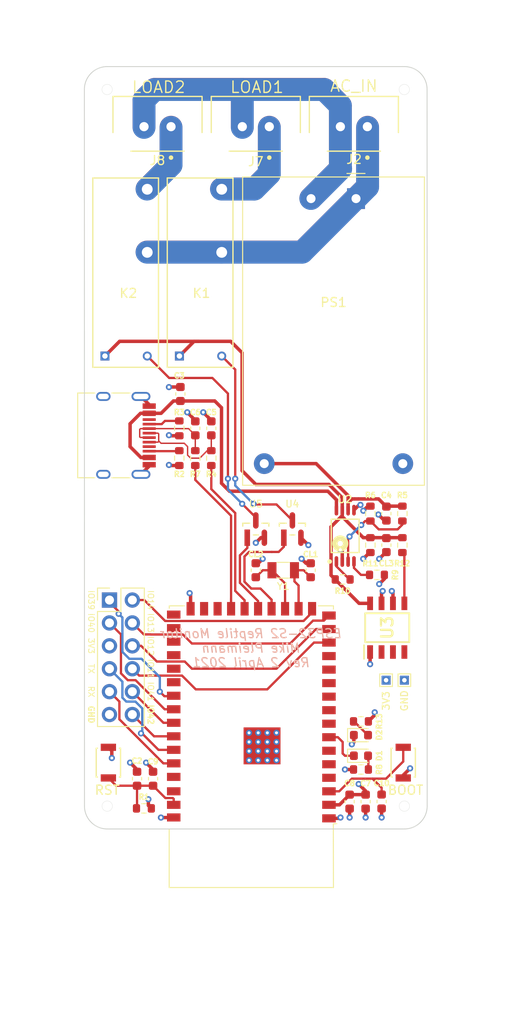
<source format=kicad_pcb>
(kicad_pcb (version 20210228) (generator pcbnew)
  (title_block (rev "1"))
  (layers (0 "F.Cu" signal "Front") (1 "In1.Cu" power "GND.Cu") (2 "In2.Cu" power "PWR.Cu") (31 "B.Cu" signal "Back") (34 "B.Paste" user) (35 "F.Paste" user) (36 "B.SilkS" user "B.Silkscreen") (37 "F.SilkS" user "F.Silkscreen") (38 "B.Mask" user) (39 "F.Mask" user) (44 "Edge.Cuts" user))
  (net 0 "")
  (net 1 "GND")
  (net 2 "/EN")
  (net 3 "VBUS")
  (net 4 "VCC")
  (net 5 "/USB_D+")
  (net 6 "/USB_D-")
  (net 7 "+3V3")
  (net 8 "/IO0")
  (net 9 "/IO15")
  (net 10 "/IO16")
  (net 11 "+5V")
  (net 12 "Net-(D1-Pad2)")
  (net 13 "Net-(D1-Pad1)")
  (net 14 "Net-(R12-Pad1)")
  (net 15 "/AC_N")
  (net 16 "/AC_L")
  (net 17 "/TXD0")
  (net 18 "/RXD0")
  (net 19 "/IO42")
  (net 20 "/IO11")
  (net 21 "/IO41")
  (net 22 "/IO12")
  (net 23 "/IO40")
  (net 24 "/IO13")
  (net 25 "/IO39")
  (net 26 "/IO14")
  (net 27 "Net-(J1-PadB5)")
  (net 28 "Net-(J1-PadA5)")
  (net 29 "Net-(R5-Pad2)")
  (net 30 "Net-(R9-Pad2)")
  (net 31 "/IO17")
  (net 32 "/IO18")
  (net 33 "Net-(R4-Pad2)")
  (net 34 "Net-(R7-Pad2)")
  (net 35 "/PWR_SRC")
  (net 36 "Net-(D2-Pad2)")
  (net 37 "/LOAD1")
  (net 38 "/LOAD2")
  (net 39 "Net-(K2-Pad4)")
  (net 40 "Net-(U4-Pad3)")
  (footprint "LED_SMD:LED_0603_1608Metric" (layer "F.Cu") (at 162.052 111.252)
    (fp_text reference "D1")
    (fp_text value "LED")
  )
  (footprint "Resistor_SMD:R_0603_1608Metric" (layer "F.Cu") (at 166.654999 87.884 90)
    (fp_text reference "R12")
    (fp_text value "10k")
  )
  (footprint "LED_SMD:LED_0603_1608Metric" (layer "F.Cu") (at 162.052 108.966)
    (fp_text reference "D2")
    (fp_text value "LED")
  )
  (footprint "TestPoint:TestPoint_THTPad_1.0x1.0mm_Drill0.5mm" (layer "F.Cu") (at 164.846 102.87 180)
    (fp_text reference "TP1" hide)
    (fp_text value "3V3")
  )
  (footprint "reptile-monitor:Molex-43650-0215-0-0-MFG" (layer "F.Cu") (at 150.368 41.148)
    (fp_text reference "J7")
    (fp_text value "LOAD1")
  )
  (footprint "Resistor_SMD:R_0603_1608Metric" (layer "F.Cu") (at 160.02 91.694 180)
    (fp_text reference "R10")
    (fp_text value "10k")
  )
  (footprint "Reptile_Monitor:USB_C_Receptacle_HRO_TYPE-C-31-M-12" (layer "F.Cu") (at 134.475982 75.712244 -90)
    (fp_text reference "J1" hide)
    (fp_text value "USB_C_Receptacle_USB2.0")
  )
  (footprint "Capacitor_SMD:C_0603_1608Metric" (layer "F.Cu") (at 164.876999 87.884 -90)
    (fp_text reference "CL3")
    (fp_text value "10u")
  )
  (footprint "Reptile_Monitor:ON_Semiconductor-318-08-01_2018-AS" (layer "F.Cu") (at 150.368 86.106 90)
    (fp_text reference "U5")
    (fp_text value "MDC3105LT1G" hide)
  )
  (footprint "Converter_ACDC:Converter_ACDC_HiLink_HLK-PMxx" (layer "F.Cu") (at 161.504 49.4455 -90)
    (fp_text reference "PS1")
    (fp_text value "HLK-PM01")
  )
  (footprint "Resistor_SMD:R_0603_1608Metric" (layer "F.Cu") (at 163.098999 87.884 90)
    (fp_text reference "R11")
    (fp_text value "10k")
  )
  (footprint "Reptile_Monitor:Crystal_SMD_3215-2Pin_3.2x1.5mm" (layer "F.Cu") (at 153.414 90.673 180)
    (fp_text reference "Y1")
    (fp_text value "32.768KHz 12.5p")
  )
  (footprint "Capacitor_SMD:C_0603_1608Metric" (layer "F.Cu") (at 156.462 90.673 90)
    (fp_text reference "CL1")
    (fp_text value "20p")
  )
  (footprint "Capacitor_SMD:C_0603_1608Metric" (layer "F.Cu") (at 145.4215 74.93 -90)
    (fp_text reference "C5")
    (fp_text value "20p")
  )
  (footprint "Resistor_SMD:R_0603_1608Metric" (layer "F.Cu") (at 145.4215 78.232 -90)
    (fp_text reference "R4")
    (fp_text value "22r")
  )
  (footprint "Resistor_SMD:R_0603_1608Metric" (layer "F.Cu") (at 141.8655 74.93 -90)
    (fp_text reference "R3")
    (fp_text value "5.1k")
  )
  (footprint "Capacitor_SMD:C_0603_1608Metric" (layer "F.Cu") (at 160.793 116.34 -90)
    (fp_text reference "C8")
    (fp_text value "22u")
  )
  (footprint "reptile-monitor:Omron-B3U-1000P-MFG" (layer "F.Cu") (at 166.751 112.014 -90)
    (fp_text reference "SW2" hide)
    (fp_text value "BOOT")
  )
  (footprint "Capacitor_SMD:C_0603_1608Metric" (layer "F.Cu") (at 164.349 116.327 -90)
    (fp_text reference "C10")
    (fp_text value "0.1u")
  )
  (footprint "Resistor_SMD:R_0603_1608Metric" (layer "F.Cu") (at 162.052 112.776 180)
    (fp_text reference "R8")
    (fp_text value "100r")
  )
  (footprint "Resistor_SMD:R_0603_1608Metric" (layer "F.Cu") (at 143.6435 78.232 -90)
    (fp_text reference "R7")
    (fp_text value "22r")
  )
  (footprint "Capacitor_SMD:C_0603_1608Metric" (layer "F.Cu") (at 141.986 71.12 90)
    (fp_text reference "C3")
    (fp_text value "0.1u")
  )
  (footprint "reptile-monitor:Omron-B3U-1000P-MFG" (layer "F.Cu") (at 133.985 112.014 90)
    (fp_text reference "SW1" hide)
    (fp_text value "RST")
  )
  (footprint "Resistor_SMD:R_0603_1608Metric" (layer "F.Cu") (at 137.933 117.089 180)
    (fp_text reference "R1")
    (fp_text value "10k")
  )
  (footprint "Reptile_Monitor:ON_Semiconductor-318-08-01_2018-AS" (layer "F.Cu") (at 154.432 86.106 90)
    (fp_text reference "U4")
    (fp_text value "MDC3105LT1G" hide)
  )
  (footprint "Capacitor_SMD:C_0603_1608Metric" (layer "F.Cu") (at 150.366 90.673 90)
    (fp_text reference "CL2")
    (fp_text value "20p")
  )
  (footprint "Reptile_Monitor:Texas_Instruments-TPS2112PW" (layer "F.Cu") (at 160.301 86.85751 90)
    (fp_text reference "U2")
    (fp_text value "TPS2112PW" hide)
  )
  (footprint "Resistor_SMD:R_0603_1608Metric" (layer "F.Cu") (at 141.8655 78.232 -90)
    (fp_text reference "R2")
    (fp_text value "5.1k")
  )
  (footprint "reptile-monitor:Panasonic-ALDP105W-Manufacturer_Recommended" (layer "F.Cu") (at 141.879 66.907999 90)
    (fp_text reference "K1")
    (fp_text value "ALDP105W" hide)
  )
  (footprint "Capacitor_SMD:C_0603_1608Metric" (layer "F.Cu") (at 143.6435 74.93 90)
    (fp_text reference "C6")
    (fp_text value "20p")
  )
  (footprint "Resistor_SMD:R_0603_1608Metric" (layer "F.Cu") (at 166.654999 84.386 -90)
    (fp_text reference "R5")
    (fp_text value "2.2k")
  )
  (footprint "Capacitor_SMD:C_0603_1608Metric" (layer "F.Cu") (at 137.171 113.8 90)
    (fp_text reference "C2")
    (fp_text value "0.1u")
  )
  (footprint "Capacitor_SMD:C_0603_1608Metric" (layer "F.Cu") (at 162.571 116.34 -90)
    (fp_text reference "C7")
    (fp_text value "0.1u")
  )
  (footprint "TestPoint:TestPoint_THTPad_1.0x1.0mm_Drill0.5mm" (layer "F.Cu") (at 166.878 102.87 90)
    (fp_text reference "TP3" hide)
    (fp_text value "GND")
  )
  (footprint "Resistor_SMD:R_0603_1608Metric" (layer "F.Cu") (at 163.83 91.186 180)
    (fp_text reference "R9")
    (fp_text value "500r")
  )
  (footprint "Capacitor_SMD:C_0603_1608Metric" (layer "F.Cu") (at 138.949 113.8 90)
    (fp_text reference "C9")
    (fp_text value "0.1u")
  )
  (footprint "Connector_PinHeader_2.54mm:PinHeader_2x06_P2.54mm_Vertical" (layer "F.Cu") (at 134.107 93.98)
    (fp_text reference "J3" hide)
    (fp_text value "Conn_01x08")
  )
  (footprint "reptile-monitor:Panasonic-ALDP105W-Manufacturer_Recommended" (layer "F.Cu") (at 133.604 66.907999 90)
    (fp_text reference "K2")
    (fp_text value "ALDP105W" hide)
  )
  (footprint "Resistor_SMD:R_0603_1608Metric" (layer "F.Cu") (at 163.098999 84.386 90)
    (fp_text reference "R6")
    (fp_text value "1k")
  )
  (footprint "reptile-monitor:Molex-43650-0215-0-0-MFG" (layer "F.Cu") (at 139.446 41.148)
    (fp_text reference "J8")
    (fp_text value "LOAD2")
  )
  (footprint "reptile-monitor:Molex-43650-0215-0-0-MFG" (layer "F.Cu") (at 161.266 41.148)
    (fp_text reference "J2")
    (fp_text value "AC_IN")
  )
  (footprint "SamacSys_Parts:SOIC127P600X170-8N" (layer "F.Cu") (at 164.973 97.0445 90)
    (fp_text reference "U3")
    (fp_text value "AP2112K-3.3" hide)
  )
  (footprint "Capacitor_SMD:C_0603_1608Metric" (layer "F.Cu") (at 164.876999 84.386 -90)
    (fp_text reference "C4")
    (fp_text value "0.1u")
  )
  (footprint "RF_Module:ESP32-S2-WROVER" (layer "F.Cu") (at 149.871 106.421 180)
    (fp_text reference "U1" hide)
    (fp_text value "ESP32-S2-WROVER")
  )
  (footprint "Resistor_SMD:R_0603_1608Metric" (layer "F.Cu") (at 162.052 107.442 180)
    (fp_text reference "R13")
    (fp_text value "100r")
  )
  (gr_arc (start 166.870949 116.835) (end 169.410949 116.835) (angle 90) (layer "Edge.Cuts") (width 0.1))
  (gr_arc (start 133.858 37.338) (end 133.858 34.798) (angle -90) (layer "Edge.Cuts") (width 0.1))
  (gr_line (start 169.410949 116.835) (end 169.399949 37.338) (layer "Edge.Cuts") (width 0.1))
  (gr_line (start 166.878 34.798) (end 133.858 34.798) (layer "Edge.Cuts") (width 0.1))
  (gr_circle (center 166.878 116.84) (end 167.454 116.84) (layer "Edge.Cuts") (width 0.0254) (fill none))
  (gr_arc (start 166.878 37.320013) (end 166.878 34.798) (angle 90.40863702) (layer "Edge.Cuts") (width 0.1))
  (gr_circle (center 166.867 37.343) (end 167.443 37.343) (layer "Edge.Cuts") (width 0.0254) (fill none))
  (gr_line (start 133.869 119.375) (end 166.870949 119.375) (layer "Edge.Cuts") (width 0.1))
  (gr_line (start 131.329 116.835) (end 131.318 37.338) (layer "Edge.Cuts") (width 0.1))
  (gr_circle (center 133.858 116.84) (end 134.434 116.84) (layer "Edge.Cuts") (width 0.0254) (fill none))
  (gr_circle (center 133.847 37.343) (end 134.423 37.343) (layer "Edge.Cuts") (width 0.0254) (fill none))
  (gr_arc (start 133.869 116.835) (end 133.869 119.375) (angle 90) (layer "Edge.Cuts") (width 0.1))
  (gr_text "ESP32-S2 Reptile Monitor\nMike Pleimann\nRev 2 April 2021" (at 149.86 99.308996) (layer "B.SilkS") (effects (font (size 1 1) (thickness 0.15) italic) (justify mirror)))
  (gr_text "GND\n" (at 132.08 106.68 270) (layer "F.SilkS") (effects (font (size 0.635 0.635) (thickness 0.1524))))
  (gr_text "IO39" (at 132.08 93.98 270) (layer "F.SilkS") (effects (font (size 0.635 0.635) (thickness 0.1016))))
  (gr_text "IO42" (at 138.684 106.68 270) (layer "F.SilkS") (effects (font (size 0.635 0.635) (thickness 0.1524))))
  (gr_text "3V3" (at 132.08 99.06 270) (layer "F.SilkS") (effects (font (size 0.635 0.635) (thickness 0.1016))))
  (gr_text "RX" (at 132.08 104.14 270) (layer "F.SilkS") (effects (font (size 0.635 0.635) (thickness 0.1016))))
  (gr_text "IO14" (at 138.684 93.98 270) (layer "F.SilkS") (effects (font (size 0.635 0.635) (thickness 0.1016))))
  (gr_text "IO13" (at 138.684 96.52 270) (layer "F.SilkS") (effects (font (size 0.635 0.635) (thickness 0.1016))))
  (gr_text "IO12" (at 138.684 99.06 270) (layer "F.SilkS") (effects (font (size 0.635 0.635) (thickness 0.1016))))
  (gr_text "IO40" (at 132.08 96.52 270) (layer "F.SilkS") (effects (font (size 0.635 0.635) (thickness 0.1016))))
  (gr_text "TX" (at 132.08 101.6 270) (layer "F.SilkS") (effects (font (size 0.635 0.635) (thickness 0.1016))))
  (gr_text "IO41" (at 138.684 104.14 270) (layer "F.SilkS") (effects (font (size 0.635 0.635) (thickness 0.1016))))
  (gr_text "IO11" (at 138.684 101.6 270) (layer "F.SilkS") (effects (font (size 0.635 0.635) (thickness 0.1016))))
  (segment (start 164.338 94.3445) (end 164.338 93.1075) (width 0.381) (layer "F.Cu") (net 1))
  (segment (start 138.176 112.014) (end 138.949 112.787) (width 0.381) (layer "F.Cu") (net 1))
  (segment (start 164.655 91.186) (end 164.655 91.631) (width 0.381) (layer "F.Cu") (net 1))
  (segment (start 140.716 78.994) (end 140.779 79.057) (width 0.381) (layer "F.Cu") (net 1))
  (segment (start 159.976007 89.719988) (end 159.976007 88.586005) (width 0.381) (layer "F.Cu") (net 1))
  (segment (start 164.656668 85.160993) (end 163.986566 84.49089) (width 0.381) (layer "F.Cu") (net 1))
  (segment (start 150.936817 87.061183) (end 150.368 87.63) (width 0.381) (layer "F.Cu") (net 1))
  (segment (start 145.4215 74.0475) (end 145.4215 74.155) (width 0.381) (layer "F.Cu") (net 1))
  (segment (start 166.751 113.714) (end 166.751 113.411) (width 0.381) (layer "F.Cu") (net 1))
  (segment (start 159.766 88.392) (end 159.782002 88.392) (width 0.381) (layer "F.Cu") (net 1))
  (segment (start 143.121 93.321) (end 143.013 93.213) (width 0.381) (layer "F.Cu") (net 1))
  (segment (start 141.986 70.345) (end 140.729 70.345) (width 0.381) (layer "F.Cu") (net 1))
  (segment (start 161.227 112.776) (end 160.274 112.776) (width 0.381) (layer "F.Cu") (net 1))
  (segment (start 137.171 113.025) (end 137.171 112.787) (width 0.381) (layer "F.Cu") (net 1))
  (segment (start 134.366 110.695) (end 133.985 110.314) (width 0.381) (layer "F.Cu") (net 1))
  (segment (start 156.204817 87.884) (end 155.382 87.061183) (width 0.381) (layer "F.Cu") (net 1))
  (segment (start 158.496 118.196) (end 159.686 118.196) (width 0.381) (layer "F.Cu") (net 1))
  (segment (start 142.748 73.152) (end 143.6435 74.0475) (width 0.381) (layer "F.Cu") (net 1))
  (segment (start 164.876988 85.160993) (end 164.656668 85.160993) (width 0.381) (layer "F.Cu") (net 1))
  (segment (start 143.121 94.946) (end 143.121 93.321) (width 0.381) (layer "F.Cu") (net 1))
  (segment (start 139.827 118.11) (end 140.97928 118.11) (width 0.381) (layer "F.Cu") (net 1))
  (segment (start 163.098999 88.709) (end 163.005 88.709) (width 0.381) (layer "F.Cu") (net 1))
  (segment (start 159.782002 88.392) (end 159.976007 88.586005) (width 0.381) (layer "F.Cu") (net 1))
  (segment (start 161.849619 83.42138) (end 161.275999 83.995) (width 0.381) (layer "F.Cu") (net 1))
  (segment (start 137.171 112.787) (end 136.398 112.014) (width 0.381) (layer "F.Cu") (net 1))
  (segment (start 150.64 89.898) (end 150.366 89.898) (width 0.381) (layer "F.Cu") (net 1))
  (segment (start 162.824998 83.560996) (end 162.316998 84.068996) (width 0.381) (layer "F.Cu") (net 1))
  (segment (start 164.833 88.659) (end 164.084 89.408) (width 0.381) (layer "F.Cu") (net 1))
  (segment (start 151.328998 87.061183) (end 150.936817 87.061183) (width 0.381) (layer "F.Cu") (net 1))
  (segment (start 164.349 117.102) (end 164.349 118.105) (width 0.381) (layer "F.Cu") (net 1))
  (segment (start 161.2645 108.966) (end 161.2645 109.7535) (width 0.381) (layer "F.Cu") (net 1))
  (segment (start 140.729 70.345) (end 140.716 70.358) (width 0.381) (layer "F.Cu") (net 1))
  (segment (start 138.949 112.787) (end 138.949 113.025) (width 0.381) (layer "F.Cu") (net 1))
  (segment (start 140.97928 118.11) (end 140.99328 118.096) (width 0.381) (layer "F.Cu") (net 1))
  (segment (start 144.526 73.152) (end 145.4215 74.0475) (width 0.381) (layer "F.Cu") (net 1))
  (segment (start 137.402293 71.355954) (end 137.40036 71.354021) (width 0.381) (layer "F.Cu") (net 1))
  (segment (start 138.520971 78.962254) (end 138.520971 79.117254) (width 0.381) (layer "F.Cu") (net 1))
  (segment (start 138.520971 72.462254) (end 138.520971 72.307254) (width 0.381) (layer "F.Cu") (net 1))
  (segment (start 141.8655 75.755) (end 140.779 75.755) (width 0.381) (layer "F.Cu") (net 1))
  (segment (start 164.338 93.1075) (end 164.465 92.9805) (width 0.381) (layer "F.Cu") (net 1))
  (segment (start 160.793 117.115) (end 160.793 118.105) (width 0.381) (layer "F.Cu") (net 1))
  (segment (start 140.99328 118.096) (end 141.246 118.096) (width 0.381) (layer "F.Cu") (net 1))
  (segment (start 143.6435 74.0475) (end 143.6435 74.155) (width 0.381) (layer "F.Cu") (net 1))
  (segment (start 138.520971 72.307254) (end 137.605971 71.392254) (width 0.381) (layer "F.Cu") (net 1))
  (segment (start 163.098988 83.560996) (end 162.824998 83.560996) (width 0.381) (layer "F.Cu") (net 1))
  (segment (start 164.655 91.631) (end 164.084 92.202) (width 0.381) (layer "F.Cu") (net 1))
  (segment (start 161.996366 83.42138) (end 161.849619 83.42138) (width 0.381) (layer "F.Cu") (net 1))
  (segment (start 151.13 89.408) (end 150.64 89.898) (width 0.381) (layer "F.Cu") (net 1))
  (segment (start 140.779 75.755) (end 140.716 75.692) (width 0.381) (layer "F.Cu") (net 1))
  (segment (start 162.571 117.115) (end 162.571 118.105) (width 0.381) (layer "F.Cu") (net 1))
  (segment (start 155.452255 89.402531) (end 155.947724 89.898) (width 0.381) (layer "F.Cu") (net 1))
  (segment (start 166.751 113.411) (end 167.513 112.649) (width 0.381) (layer "F.Cu") (net 1))
  (segment (start 156.21 87.884) (end 156.204817 87.884) (width 0.381) (layer "F.Cu") (net 1))
  (segment (start 165.608 93.1075) (end 165.481 92.9805) (width 0.381) (layer "F.Cu") (net 1))
  (segment (start 164.876999 88.659) (end 164.833 88.659) (width 0.381) (layer "F.Cu") (net 1))
  (segment (start 134.366 111.506) (end 134.366 110.695) (width 0.381) (layer "F.Cu") (net 1))
  (segment (start 155.947724 89.898) (end 156.462 89.898) (width 0.381) (layer "F.Cu") (net 1))
  (segment (start 165.608 94.3445) (end 165.608 93.1075) (width 0.381) (layer "F.Cu") (net 1))
  (segment (start 163.005 88.709) (end 162.306 89.408) (width 0.381) (layer "F.Cu") (net 1))
  (segment (start 159.686 118.196) (end 159.777 118.105) (width 0.381) (layer "F.Cu") (net 1))
  (segment (start 138.520971 79.117254) (end 137.605971 80.032254) (width 0.381) (layer "F.Cu") (net 1))
  (segment (start 161.2645 109.7535) (end 161.036 109.982) (width 0.381) (layer "F.Cu") (net 1))
  (segment (start 140.779 79.057) (end 141.8655 79.057) (width 0.381) (layer "F.Cu") (net 1))
  (via (at 143.013 93.213) (size 0.6858) (drill 0.3302) (layers "F.Cu" "B.Cu") (net 1))
  (via (at 150.633 108.707) (size 0.6858) (drill 0.3302) (layers "F.Cu" "B.Cu") (net 1))
  (via (at 152.665 111.755) (size 0.6858) (drill 0.3302) (layers "F.Cu" "B.Cu") (net 1))
  (via (at 149.617 109.723) (size 0.6858) (drill 0.3302) (layers "F.Cu" "B.Cu") (net 1))
  (via (at 149.617 110.739) (size 0.6858) (drill 0.3302) (layers "F.Cu" "B.Cu") (net 1))
  (via (at 150.633 111.755) (size 0.6858) (drill 0.3302) (layers "F.Cu" "B.Cu") (net 1))
  (via (at 139.827 118.11) (size 0.6858) (drill 0.3302) (layers "F.Cu" "B.Cu") (net 1))
  (via (at 144.526 73.152) (size 0.6858) (drill 0.3302) (layers "F.Cu" "B.Cu") (net 1))
  (via (at 140.716 78.994) (size 0.6858) (drill 0.3302) (layers "F.Cu" "B.Cu") (net 1))
  (via (at 150.633 110.739) (size 0.6858) (drill 0.3302) (layers "F.Cu" "B.Cu") (net 1))
  (via (at 161.036 109.982) (size 0.6858) (drill 0.3302) (layers "F.Cu" "B.Cu") (net 1))
  (via (at 151.649 108.707) (size 0.6858) (drill 0.3302) (layers "F.Cu" "B.Cu") (net 1))
  (via (at 162.571 118.105) (size 0.6858) (drill 0.3302) (layers "F.Cu" "B.Cu") (net 1))
  (via (at 151.649 109.723) (size 0.6858) (drill 0.3302) (layers "F.Cu" "B.Cu") (net 1))
  (via (at 155.452255 89.402531) (size 0.6858) (drill 0.3302) (layers "F.Cu" "B.Cu") (net 1))
  (via (at 159.777 118.105) (size 0.6858) (drill 0.3302) (layers "F.Cu" "B.Cu") (net 1))
  (via (at 140.716 75.692) (size 0.6858) (drill 0.3302) (layers "F.Cu" "B.Cu") (net 1))
  (via (at 136.398 112.014) (size 0.6858) (drill 0.3302) (layers "F.Cu" "B.Cu") (net 1))
  (via (at 150.633 109.723) (size 0.6858) (drill 0.3302) (layers "F.Cu" "B.Cu") (net 1))
  (via (at 140.716 70.358) (size 0.6858) (drill 0.3302) (layers "F.Cu" "B.Cu") (net 1))
  (via (at 164.465 92.9805) (size 0.6858) (drill 0.3302) (layers "F.Cu" "B.Cu") (net 1))
  (via (at 152.665 110.739) (size 0.6858) (drill 0.3302) (layers "F.Cu" "B.Cu") (net 1))
  (via (at 163.986572 84.490895) (size 0.6858) (drill 0.3302) (layers "F.Cu" "B.Cu") (net 1))
  (via (at 160.274 112.776) (size 0.6858) (drill 0.3302) (layers "F.Cu" "B.Cu") (net 1))
  (via (at 150.368 87.63) (size 0.6858) (drill 0.3302) (layers "F.Cu" "B.Cu") (net 1))
  (via (at 159.766 88.392) (size 0.6858) (drill 0.3302) (layers "F.Cu" "B.Cu") (net 1))
  (via (at 151.649 110.739) (size 0.6858) (drill 0.3302) (layers "F.Cu" "B.Cu") (net 1))
  (via (at 151.649 111.755) (size 0.6858) (drill 0.3302) (layers "F.Cu" "B.Cu") (net 1))
  (via (at 164.084 92.202) (size 0.6858) (drill 0.3302) (layers "F.Cu" "B.Cu") (net 1))
  (via (at 164.084 89.408) (size 0.6858) (drill 0.3302) (layers "F.Cu" "B.Cu") (net 1))
  (via (at 161.996366 83.42138) (size 0.6858) (drill 0.3302) (layers "F.Cu" "B.Cu") (net 1))
  (via (at 164.349 118.105) (size 0.6858) (drill 0.3302) (layers "F.Cu" "B.Cu") (net 1))
  (via (at 156.21 87.884) (size 0.6858) (drill 0.3302) (layers "F.Cu" "B.Cu") (net 1))
  (via (at 162.306 89.408) (size 0.6858) (drill 0.3302) (layers "F.Cu" "B.Cu") (net 1))
  (via (at 142.748 73.152) (size 0.6858) (drill 0.3302) (layers "F.Cu" "B.Cu") (net 1))
  (via (at 160.793 118.105) (size 0.6858) (drill 0.3302) (layers "F.Cu" "B.Cu") (net 1))
  (via (at 151.13 89.408) (size 0.6858) (drill 0.3302) (layers "F.Cu" "B.Cu") (net 1))
  (via (at 138.176 112.014) (size 0.6858) (drill 0.3302) (layers "F.Cu" "B.Cu") (net 1))
  (via (at 152.665 109.723) (size 0.6858) (drill 0.3302) (layers "F.Cu" "B.Cu") (net 1))
  (via (at 167.513 112.649) (size 0.6858) (drill 0.3302) (layers "F.Cu" "B.Cu") (net 1))
  (via (at 149.617 108.707) (size 0.6858) (drill 0.3302) (layers "F.Cu" "B.Cu") (net 1))
  (via (at 162.317 84.069) (size 0.6858) (drill 0.3302) (layers "F.Cu" "B.Cu") (net 1))
  (via (at 165.481 92.9805) (size 0.6858) (drill 0.3302) (layers "F.Cu" "B.Cu") (net 1))
  (via (at 152.665 108.707) (size 0.6858) (drill 0.3302) (layers "F.Cu" "B.Cu") (net 1))
  (via (at 134.366 111.506) (size 0.6858) (drill 0.3302) (layers "F.Cu" "B.Cu") (net 1))
  (via (at 149.617 111.755) (size 0.6858) (drill 0.3302) (layers "F.Cu" "B.Cu") (net 1))
  (segment (start 134.107 106.68) (end 134.107 106.685) (width 0.381) (layer "B.Cu") (net 1))
  (segment (start 141.246 116.046) (end 141.145511 115.945511) (width 0.254) (layer "F.Cu") (net 2))
  (segment (start 141.246 116.696) (end 141.246 116.046) (width 0.254) (layer "F.Cu") (net 2))
  (segment (start 137.171 117.026) (end 137.108 117.089) (width 0.254) (layer "F.Cu") (net 2))
  (segment (start 141.145511 115.945511) (end 140.319511 115.945511) (width 0.254) (layer "F.Cu") (net 2))
  (segment (start 137.171 114.575) (end 137.171 117.026) (width 0.254) (layer "F.Cu") (net 2))
  (segment (start 134.846 114.575) (end 133.985 113.714) (width 0.254) (layer "F.Cu") (net 2))
  (segment (start 140.319511 115.945511) (end 138.949 114.575) (width 0.254) (layer "F.Cu") (net 2))
  (segment (start 137.171 114.575) (end 138.949 114.575) (width 0.254) (layer "F.Cu") (net 2))
  (segment (start 137.171 114.575) (end 134.846 114.575) (width 0.254) (layer "F.Cu") (net 2))
  (segment (start 147.439 81.907) (end 158.377 81.907) (width 0.381) (layer "F.Cu") (net 3))
  (segment (start 137.598254 78.162254) (end 138.520971 78.162254) (width 0.381) (layer "F.Cu") (net 3))
  (segment (start 145.809 71.895) (end 146.558 72.644) (width 0.381) (layer "F.Cu") (net 3))
  (segment (start 141.986 71.895) (end 145.809 71.895) (width 0.381) (layer "F.Cu") (net 3))
  (segment (start 138.520982 73.262244) (end 139.843756 73.262244) (width 0.381) (layer "F.Cu") (net 3))
  (segment (start 158.377 81.907) (end 159.325999 82.855999) (width 0.381) (layer "F.Cu") (net 3))
  (segment (start 136.398 76.962) (end 137.598254 78.162254) (width 0.381) (layer "F.Cu") (net 3))
  (segment (start 141.211 71.895) (end 141.986 71.895) (width 0.381) (layer "F.Cu") (net 3))
  (segment (start 136.398 74.422) (end 136.398 76.962) (width 0.381) (layer "F.Cu") (net 3))
  (segment (start 146.558 72.644) (end 146.558 81.026) (width 0.381) (layer "F.Cu") (net 3))
  (segment (start 159.325999 82.855999) (end 159.325999 83.995) (width 0.381) (layer "F.Cu") (net 3))
  (segment (start 137.557746 73.262254) (end 136.398 74.422) (width 0.381) (layer "F.Cu") (net 3))
  (segment (start 138.520971 73.262254) (end 137.557746 73.262254) (width 0.381) (layer "F.Cu") (net 3))
  (segment (start 139.843756 73.262244) (end 141.211 71.895) (width 0.381) (layer "F.Cu") (net 3))
  (segment (start 146.558 81.026) (end 147.439 81.907) (width 0.381) (layer "F.Cu") (net 3))
  (segment (start 158.507 82.037) (end 159.325999 82.855999) (width 0.381) (layer "F.Cu") (net 3))
  (segment (start 166.654999 83.561) (end 164.926999 83.561) (width 0.381) (layer "F.Cu") (net 4))
  (segment (start 161.058521 82.76148) (end 161.33852 82.76148) (width 0.381) (layer "F.Cu") (net 4))
  (segment (start 161.33852 82.76148) (end 161.77148 82.76148) (width 0.381) (layer "F.Cu") (net 4))
  (segment (start 160.625999 83.194002) (end 161.058521 82.76148) (width 0.381) (layer "F.Cu") (net 4))
  (segment (start 164.014479 82.76148) (end 164.863999 83.611) (width 0.381) (layer "F.Cu") (net 4))
  (segment (start 157.0775 78.8455) (end 160.626001 82.394001) (width 0.381) (layer "F.Cu") (net 4))
  (segment (start 164.863999 83.611) (end 164.876999 83.611) (width 0.381) (layer "F.Cu") (net 4))
  (segment (start 160.625999 83.995) (end 160.625999 83.194002) (width 0.381) (layer "F.Cu") (net 4))
  (segment (start 160.626001 82.394001) (end 160.626001 84.007511) (width 0.381) (layer "F.Cu") (net 4))
  (segment (start 164.926999 83.561) (end 164.876999 83.611) (width 0.381) (layer "F.Cu") (net 4))
  (segment (start 151.304 78.8455) (end 157.0775 78.8455) (width 0.381) (layer "F.Cu") (net 4))
  (segment (start 161.77148 82.76148) (end 164.014479 82.76148) (width 0.381) (layer "F.Cu") (net 4))
  (segment (start 143.1245 78.237) (end 144.1405 78.237) (width 0.1524) (layer "F.Cu") (net 5))
  (segment (start 138.520982 76.462244) (end 139.509506 76.462244) (width 0.1524) (layer "F.Cu") (net 5))
  (segment (start 142.78798 76.95947) (end 142.78798 77.90048) (width 0.1524) (layer "F.Cu") (net 5))
  (segment (start 144.1405 78.237) (end 144.9705 77.407) (width 0.1524) (layer "F.Cu") (net 5))
  (segment (start 139.489462 75.462244) (end 139.575693 75.548475) (width 0.1524) (layer "F.Cu") (net 5))
  (segment (start 144.9705 77.407) (end 145.4215 77.407) (width 0.1524) (layer "F.Cu") (net 5))
  (segment (start 138.520982 75.462244) (end 139.489462 75.462244) (width 0.1524) (layer "F.Cu") (net 5))
  (segment (start 145.4215 77.407) (end 145.4215 75.603) (width 0.1524) (layer "F.Cu") (net 5))
  (segment (start 139.575693 76.396057) (end 139.509506 76.462244) (width 0.1524) (layer "F.Cu") (net 5))
  (segment (start 139.838886 76.5875) (end 139.575693 76.324307) (width 0.1524) (layer "F.Cu") (net 5))
  (segment (start 142.78798 77.90048) (end 143.1245 78.237) (width 0.1524) (layer "F.Cu") (net 5))
  (segment (start 139.575693 76.324307) (end 139.575693 76.396057) (width 0.1524) (layer "F.Cu") (net 5))
  (segment (start 139.575693 75.548475) (end 139.575693 76.324307) (width 0.1524) (layer "F.Cu") (net 5))
  (segment (start 142.536507 76.708) (end 142.416007 76.5875) (width 0.1524) (layer "F.Cu") (net 5))
  (segment (start 142.416007 76.5875) (end 139.838886 76.5875) (width 0.1524) (layer "F.Cu") (net 5))
  (segment (start 142.53651 76.708) (end 142.78798 76.95947) (width 0.1524) (layer "F.Cu") (net 5))
  (segment (start 142.900744 74.962244) (end 143.6435 75.705) (width 0.1524) (layer "F.Cu") (net 6))
  (segment (start 138.507705 75.941955) (end 137.532213 75.941955) (width 0.1524) (layer "F.Cu") (net 6))
  (segment (start 137.552502 74.962244) (end 137.466271 75.048475) (width 0.1524) (layer "F.Cu") (net 6))
  (segment (start 138.520982 75.962244) (end 138.520982 75.955232) (width 0.1524) (layer "F.Cu") (net 6))
  (segment (start 138.520982 75.955232) (end 138.507705 75.941955) (width 0.1524) (layer "F.Cu") (net 6))
  (segment (start 138.520982 74.962244) (end 142.900744 74.962244) (width 0.1524) (layer "F.Cu") (net 6))
  (segment (start 138.520982 74.962244) (end 137.552502 74.962244) (width 0.1524) (layer "F.Cu") (net 6))
  (segment (start 137.466271 75.048475) (end 137.466271 75.876013) (width 0.1524) (layer "F.Cu") (net 6))
  (segment (start 137.532213 75.941955) (end 137.466271 75.876013) (width 0.1524) (layer "F.Cu") (net 6))
  (segment (start 143.6435 75.705) (end 143.6435 77.305) (width 0.1524) (layer "F.Cu") (net 6))
  (segment (start 134.107 99.065) (end 134.107 99.06) (width 0.254) (layer "F.Cu") (net 7))
  (segment (start 159.662 116.696) (end 158.496 116.696) (width 0.381) (layer "F.Cu") (net 7))
  (segment (start 160.793 115.565) (end 159.662 116.696) (width 0.381) (layer "F.Cu") (net 7))
  (segment (start 162.571 115.1614) (end 162.571 115.565) (width 0.381) (layer "F.Cu") (net 7))
  (segment (start 162.571 115.565) (end 160.793 115.565) (width 0.381) (layer "F.Cu") (net 7))
  (segment (start 161.798 114.3884) (end 162.571 115.1614) (width 0.381) (layer "F.Cu") (net 7))
  (segment (start 163.581 106.738) (end 163.581 106.484) (width 0.381) (layer "F.Cu") (net 7))
  (segment (start 163.068 99.7445) (end 163.068 101.092) (width 0.381) (layer "F.Cu") (net 7))
  (segment (start 138.43 116.761) (end 138.758 117.089) (width 0.381) (layer "F.Cu") (net 7))
  (segment (start 138.43 116.078) (end 138.43 116.761) (width 0.381) (layer "F.Cu") (net 7))
  (segment (start 163.581 106.738) (end 162.877 107.442) (width 0.381) (layer "F.Cu") (net 7))
  (via (at 138.43 116.078) (size 0.6858) (drill 0.3302) (layers "F.Cu" "B.Cu") (net 7))
  (via (at 163.581 106.437) (size 0.6858) (drill 0.3302) (layers "F.Cu" "B.Cu") (net 7))
  (via (at 163.068 101.092) (size 0.6858) (drill 0.3302) (layers "F.Cu" "B.Cu") (net 7))
  (via (at 161.798 114.3884) (size 0.6858) (drill 0.3302) (layers "F.Cu" "B.Cu") (net 7))
  (segment (start 163.338 113.792) (end 163.587 114.041) (width 0.254) (layer "F.Cu") (net 8))
  (segment (start 161.042 113.792) (end 163.338 113.792) (width 0.254) (layer "F.Cu") (net 8))
  (segment (start 163.338 113.792) (end 164.846 113.792) (width 0.254) (layer "F.Cu") (net 8))
  (segment (start 164.349 114.803) (end 163.587 114.041) (width 0.254) (layer "F.Cu") (net 8))
  (segment (start 158.496 115.196) (end 159.638 115.196) (width 0.254) (layer "F.Cu") (net 8))
  (segment (start 164.846 113.792) (end 166.751 111.887) (width 0.254) (layer "F.Cu") (net 8))
  (segment (start 166.751 111.887) (end 166.751 110.314) (width 0.254) (layer "F.Cu") (net 8))
  (segment (start 159.638 115.196) (end 161.042 113.792) (width 0.254) (layer "F.Cu") (net 8))
  (segment (start 164.349 115.552) (end 164.349 114.803) (width 0.254) (layer "F.Cu") (net 8))
  (segment (start 154.664 90.673) (end 154.664 91.91) (width 0.254) (layer "F.Cu") (net 9))
  (segment (start 154.664 90.673) (end 155.687 90.673) (width 0.254) (layer "F.Cu") (net 9))
  (segment (start 154.664 91.91) (end 155.121 92.367) (width 0.254) (layer "F.Cu") (net 9))
  (segment (start 155.121 92.367) (end 155.121 94.946) (width 0.254) (layer "F.Cu") (net 9))
  (segment (start 155.687 90.673) (end 156.462 91.448) (width 0.254) (layer "F.Cu") (net 9))
  (segment (start 152.164 90.673) (end 153.621 92.13) (width 0.254) (layer "F.Cu") (net 10))
  (segment (start 151.141 90.673) (end 150.366 91.448) (width 0.254) (layer "F.Cu") (net 10))
  (segment (start 152.157 90.666) (end 152.164 90.673) (width 0.254) (layer "F.Cu") (net 10))
  (segment (start 152.164 90.673) (end 151.141 90.673) (width 0.254) (layer "F.Cu") (net 10))
  (segment (start 153.621 92.13) (end 153.621 94.946) (width 0.254) (layer "F.Cu") (net 10))
  (segment (start 163.098999 87.059) (end 164.826999 87.059) (width 0.381) (layer "F.Cu") (net 11))
  (segment (start 148.844 79.629) (end 148.844 66.548) (width 0.381) (layer "F.Cu") (net 11))
  (segment (start 159.976002 84.726514) (end 162.308488 87.059) (width 0.381) (layer "F.Cu") (net 11))
  (segment (start 158.496 81.153) (end 150.368 81.153) (width 0.381) (layer "F.Cu") (net 11))
  (segment (start 166.654999 87.059) (end 164.926999 87.059) (width 0.381) (layer "F.Cu") (net 11))
  (segment (start 143.508999 65.278) (end 141.879 66.907999) (width 0.381) (layer "F.Cu") (net 11))
  (segment (start 159.976002 84.007511) (end 159.976002 82.633002) (width 0.381) (layer "F.Cu") (net 11))
  (segment (start 147.574 65.278) (end 144.018 65.278) (width 0.381) (layer "F.Cu") (net 11))
  (segment (start 150.368 81.153) (end 148.844 79.629) (width 0.381) (layer "F.Cu") (net 11))
  (segment (start 158.72648 85.857029) (end 158.72648 91.225472) (width 0.381) (layer "F.Cu") (net 11))
  (segment (start 159.195 91.694) (end 161.8455 94.3445) (width 0.381) (layer "F.Cu") (net 11))
  (segment (start 159.976002 84.607507) (end 158.72648 85.857029) (width 0.381) (layer "F.Cu") (net 11))
  (segment (start 144.018 65.278) (end 135.233999 65.278) (width 0.381) (layer "F.Cu") (net 11))
  (segment (start 135.233999 65.278) (end 133.604 66.907999) (width 0.381) (layer "F.Cu") (net 11))
  (segment (start 144.018 65.278) (end 143.508999 65.278) (width 0.381) (layer "F.Cu") (net 11))
  (segment (start 166.654999 87.059) (end 166.815 87.059) (width 0.381) (layer "F.Cu") (net 11))
  (segment (start 148.844 66.548) (end 147.574 65.278) (width 0.381) (layer "F.Cu") (net 11))
  (segment (start 159.976002 82.633002) (end 158.496 81.153) (width 0.381) (layer "F.Cu") (net 11))
  (segment (start 162.308488 87.059) (end 163.098999 87.059) (width 0.381) (layer "F.Cu") (net 11))
  (segment (start 159.976002 84.007511) (end 159.976002 84.607507) (width 0.381) (layer "F.Cu") (net 11))
  (segment (start 166.783999 87.188) (end 166.654999 87.059) (width 0.381) (layer "F.Cu") (net 11))
  (segment (start 159.976002 84.007511) (end 159.976002 84.726514) (width 0.381) (layer "F.Cu") (net 11))
  (segment (start 159.195008 91.694) (end 158.72648 91.225472) (width 0.381) (layer "F.Cu") (net 11))
  (segment (start 161.8455 94.3445) (end 163.068 94.3445) (width 0.381) (layer "F.Cu") (net 11))
  (segment (start 162.877 111.2895) (end 162.8395 111.252) (width 0.254) (layer "F.Cu") (net 12))
  (segment (start 162.877 112.776) (end 162.877 111.2895) (width 0.254) (layer "F.Cu") (net 12))
  (segment (start 160.02 110.998) (end 160.02 109.728) (width 0.254) (layer "F.Cu") (net 13))
  (segment (start 160.274 111.252) (end 160.02 110.998) (width 0.254) (layer "F.Cu") (net 13))
  (segment (start 160.02 110.998) (end 160.02 110.49) (width 0.254) (layer "F.Cu") (net 13))
  (segment (start 161.2645 111.252) (end 160.274 111.252) (width 0.254) (layer "F.Cu") (net 13))
  (segment (start 158.496 109.196) (end 159.234 109.196) (width 0.254) (layer "F.Cu") (net 13))
  (segment (start 159.488 109.196) (end 160.02 109.728) (width 0.254) (layer "F.Cu") (net 13))
  (segment (start 158.496 109.196) (end 159.488 109.196) (width 0.254) (layer "F.Cu") (net 13))
  (segment (start 166.878 88.932001) (end 166.654999 88.709) (width 0.254) (layer "F.Cu") (net 14))
  (segment (start 166.878 94.3445) (end 166.878 88.932001) (width 0.254) (layer "F.Cu") (net 14))
  (segment (start 159.766 46.125) (end 159.742 46.149) (width 2.54) (layer "F.Cu") (net 15))
  (segment (start 157.964 37.3275) (end 148.844 37.3275) (width 2.54) (layer "F.Cu") (net 15))
  (segment (start 148.844 37.3275) (end 139.117 37.3275) (width 2.54) (layer "F.Cu") (net 15))
  (segment (start 159.766 39.1295) (end 157.964 37.3275) (width 2.54) (layer "F.Cu") (net 15))
  (segment (start 148.844 37.3275) (end 148.868 37.3515) (width 2.54) (layer "F.Cu") (net 15))
  (segment (start 139.117 37.3275) (end 137.946 38.4985) (width 2.54) (layer "F.Cu") (net 15))
  (segment (start 159.766 46.101) (end 159.79 46.125) (width 2.54) (layer "F.Cu") (net 15))
  (segment (start 148.868 37.3515) (end 148.868 41.5285) (width 2.54) (layer "F.Cu") (net 15))
  (segment (start 159.766 46.125) (end 156.48 49.411) (width 2.54) (layer "F.Cu") (net 15))
  (segment (start 159.79 46.125) (end 159.766 46.149) (width 2.54) (layer "F.Cu") (net 15))
  (segment (start 137.946 38.4985) (end 137.946 41.5285) (width 2.54) (layer "F.Cu") (net 15))
  (segment (start 159.766 39.1295) (end 159.766 46.101) (width 2.54) (layer "F.Cu") (net 15))
  (segment (start 159.79 46.125) (end 156.504 49.411) (width 2.54) (layer "F.Cu") (net 15))
  (segment (start 148.868 37.365002) (end 148.868 41.542002) (width 2.54) (layer "B.Cu") (net 15))
  (segment (start 159.766 39.143002) (end 159.766 46.114502) (width 2.54) (layer "B.Cu") (net 15))
  (segment (start 159.766 46.138502) (end 156.48 49.424502) (width 2.54) (layer "B.Cu") (net 15))
  (segment (start 148.844 37.341002) (end 148.868 37.365002) (width 2.54) (layer "B.Cu") (net 15))
  (segment (start 159.79 46.138502) (end 156.504 49.424502) (width 2.54) (layer "B.Cu") (net 15))
  (segment (start 139.117 37.341002) (end 137.946 38.512002) (width 2.54) (layer "B.Cu") (net 15))
  (segment (start 159.766 39.143002) (end 157.964 37.341002) (width 2.54) (layer "B.Cu") (net 15))
  (segment (start 157.964 37.341002) (end 148.844 37.341002) (width 2.54) (layer "B.Cu") (net 15))
  (segment (start 159.766 46.114502) (end 159.79 46.138502) (width 2.54) (layer "B.Cu") (net 15))
  (segment (start 159.79 46.138502) (end 159.766 46.162502) (width 2.54) (layer "B.Cu") (net 15))
  (segment (start 159.766 46.138502) (end 159.742 46.162502) (width 2.54) (layer "B.Cu") (net 15))
  (segment (start 148.844 37.341002) (end 139.117 37.341002) (width 2.54) (layer "B.Cu") (net 15))
  (segment (start 137.946 38.512002) (end 137.946 41.542002) (width 2.54) (layer "B.Cu") (net 15))
  (segment (start 161.504 49.411) (end 162.79 48.125) (width 2.54) (layer "F.Cu") (net 16))
  (segment (start 161.48 49.411) (end 155.517501 55.373499) (width 2.54) (layer "F.Cu") (net 16))
  (segment (start 155.517501 55.373499) (end 146.555001 55.373499) (width 2.54) (layer "F.Cu") (net 16))
  (segment (start 146.555001 55.373499) (end 138.280001 55.373499) (width 2.54) (layer "F.Cu") (net 16))
  (segment (start 161.48 49.411) (end 161.504 49.411) (width 2.54) (layer "F.Cu") (net 16))
  (segment (start 162.79 48.125) (end 162.79 41.5285) (width 2.54) (layer "F.Cu") (net 16))
  (segment (start 161.48 49.424502) (end 161.504 49.424502) (width 2.54) (layer "B.Cu") (net 16))
  (segment (start 161.48 49.424502) (end 155.517501 55.387001) (width 2.54) (layer "B.Cu") (net 16))
  (segment (start 161.504 49.424502) (end 162.79 48.138502) (width 2.54) (layer "B.Cu") (net 16))
  (segment (start 146.555001 55.387001) (end 138.280001 55.387001) (width 2.54) (layer "B.Cu") (net 16))
  (segment (start 155.517501 55.387001) (end 146.555001 55.387001) (width 2.54) (layer "B.Cu") (net 16))
  (segment (start 162.79 48.138502) (end 162.79 41.542002) (width 2.54) (layer "B.Cu") (net 16))
  (segment (start 137.723869 108.767869) (end 139.552 110.596) (width 0.254) (layer "F.Cu") (net 17))
  (segment (start 137.612132 108.767869) (end 137.723869 108.767869) (width 0.254) (layer "F.Cu") (net 17))
  (segment (start 139.552 110.596) (end 141.246 110.596) (width 0.254) (layer "F.Cu") (net 17))
  (via (at 137.612132 108.767869) (size 0.6858) (drill 0.3302) (layers "F.Cu" "B.Cu") (net 17))
  (segment (start 135.543489 103.036489) (end 134.107 101.6) (width 0.254) (layer "B.Cu") (net 17))
  (segment (start 136.993511 105.243511) (end 135.977511 105.243511) (width 0.254) (layer "B.Cu") (net 17))
  (segment (start 135.543489 104.809489) (end 135.543489 103.036489) (width 0.254) (layer "B.Cu") (net 17))
  (segment (start 135.977511 105.243511) (end 135.543489 104.809489) (width 0.254) (layer "B.Cu") (net 17))
  (segment (start 137.750511 106.000511) (end 136.993511 105.243511) (width 0.254) (layer "B.Cu") (net 17))
  (segment (start 137.750511 108.62949) (end 137.750511 106.000511) (width 0.254) (layer "B.Cu") (net 17))
  (segment (start 137.612132 108.767869) (end 137.750511 108.62949) (width 0.254) (layer "B.Cu") (net 17))
  (segment (start 135.210511 105.243511) (end 134.107 104.14) (width 0.254) (layer "F.Cu") (net 18))
  (segment (start 141.246 112.096) (end 140.096825 112.096) (width 0.254) (layer "F.Cu") (net 18))
  (segment (start 140.096825 112.096) (end 135.210511 107.209686) (width 0.254) (layer "F.Cu") (net 18))
  (segment (start 135.210511 107.209686) (end 135.210511 105.243511) (width 0.254) (layer "F.Cu") (net 18))
  (segment (start 136.647 106.68) (end 139.063 109.096) (width 0.254) (layer "F.Cu") (net 19))
  (segment (start 139.063 109.096) (end 141.246 109.096) (width 0.254) (layer "F.Cu") (net 19))
  (segment (start 136.647 101.6) (end 137.409 102.362) (width 0.254) (layer "F.Cu") (net 20))
  (segment (start 142.16832 102.362) (end 143.69232 103.886) (width 0.254) (layer "F.Cu") (net 20))
  (segment (start 151.644 103.886) (end 156.834 98.696) (width 0.254) (layer "F.Cu") (net 20))
  (segment (start 137.409 102.362) (end 142.16832 102.362) (width 0.254) (layer "F.Cu") (net 20))
  (segment (start 143.69232 103.886) (end 151.644 103.886) (width 0.254) (layer "F.Cu") (net 20))
  (segment (start 156.834 98.696) (end 158.496 98.696) (width 0.254) (layer "F.Cu") (net 20))
  (segment (start 136.906 104.14) (end 136.647 104.14) (width 0.254) (layer "F.Cu") (net 21))
  (segment (start 140.103 107.596) (end 136.647 104.14) (width 0.254) (layer "F.Cu") (net 21))
  (segment (start 141.246 107.596) (end 140.103 107.596) (width 0.254) (layer "F.Cu") (net 21))
  (segment (start 157.064 97.196) (end 158.496 97.196) (width 0.254) (layer "F.Cu") (net 22))
  (segment (start 142.471511 100.799511) (end 143.267 101.595) (width 0.254) (layer "F.Cu") (net 22))
  (segment (start 136.647 99.06) (end 137.627281 99.06) (width 0.254) (layer "F.Cu") (net 22))
  (segment (start 139.366792 100.799511) (end 142.471511 100.799511) (width 0.254) (layer "F.Cu") (net 22))
  (segment (start 137.627281 99.06) (end 139.366792 100.799511) (width 0.254) (layer "F.Cu") (net 22))
  (segment (start 152.665 101.595) (end 157.064 97.196) (width 0.254) (layer "F.Cu") (net 22))
  (segment (start 143.267 101.595) (end 152.665 101.595) (width 0.254) (layer "F.Cu") (net 22))
  (segment (start 136.144 102.87) (end 137.010197 102.87) (width 0.254) (layer "F.Cu") (net 23))
  (segment (start 140.236197 106.096) (end 141.246 106.096) (width 0.254) (layer "F.Cu") (net 23))
  (segment (start 134.107 96.52) (end 135.382 97.795) (width 0.254) (layer "F.Cu") (net 23))
  (segment (start 135.382 97.795) (end 135.382 102.108) (width 0.254) (layer "F.Cu") (net 23))
  (segment (start 137.010197 102.87) (end 140.236197 106.096) (width 0.254) (layer "F.Cu") (net 23))
  (segment (start 135.382 102.108) (end 136.144 102.87) (width 0.254) (layer "F.Cu") (net 23))
  (segment (start 137.917 97.79) (end 136.647 96.52) (width 0.254) (layer "F.Cu") (net 24))
  (segment (start 138.693511 97.799511) (end 142.265511 97.799511) (width 0.254) (layer "F.Cu") (net 24))
  (segment (start 138.684 97.79) (end 138.693511 97.799511) (width 0.254) (layer "F.Cu") (net 24))
  (segment (start 138.684 97.79) (end 137.917 97.79) (width 0.254) (layer "F.Cu") (net 24))
  (segment (start 143.267 98.801) (end 154.189 98.801) (width 0.254) (layer "F.Cu") (net 24))
  (segment (start 154.189 98.801) (end 156.729 96.261) (width 0.254) (layer "F.Cu") (net 24))
  (segment (start 142.265511 97.799511) (end 143.267 98.801) (width 0.254) (layer "F.Cu") (net 24))
  (segment (start 156.729 96.261) (end 157.931 96.261) (width 0.254) (layer "F.Cu") (net 24))
  (segment (start 157.931 96.261) (end 158.496 95.696) (width 0.254) (layer "F.Cu") (net 24))
  (segment (start 140.208 104.648) (end 141.194 104.648) (width 0.254) (layer "F.Cu") (net 25))
  (segment (start 141.194 104.648) (end 141.246 104.596) (width 0.254) (layer "F.Cu") (net 25))
  (segment (start 139.7 104.14) (end 140.208 104.648) (width 0.254) (layer "F.Cu") (net 25))
  (segment (start 134.107 94.229) (end 134.107 93.98) (width 0.254) (layer "F.Cu") (net 25))
  (segment (start 135.128 95.25) (end 134.107 94.229) (width 0.254) (layer "F.Cu") (net 25))
  (segment (start 135.128 95.504) (end 135.128 95.25) (width 0.254) (layer "F.Cu") (net 25))
  (via (at 139.7 104.14) (size 0.6858) (drill 0.3302) (layers "F.Cu" "B.Cu") (net 25))
  (via (at 135.128 95.504) (size 0.6858) (drill 0.3302) (layers "F.Cu" "B.Cu") (net 25))
  (segment (start 135.543489 95.919489) (end 135.543489 99.729489) (width 0.254) (layer "B.Cu") (net 25))
  (segment (start 139.7 102.528489) (end 139.7 104.14) (width 0.254) (layer "B.Cu") (net 25))
  (segment (start 137.668 100.496489) (end 139.7 102.528489) (width 0.254) (layer "B.Cu") (net 25))
  (segment (start 136.310489 100.496489) (end 137.668 100.496489) (width 0.254) (layer "B.Cu") (net 25))
  (segment (start 135.128 95.504) (end 135.543489 95.919489) (width 0.254) (layer "B.Cu") (net 25))
  (segment (start 135.543489 99.729489) (end 136.310489 100.496489) (width 0.254) (layer "B.Cu") (net 25))
  (segment (start 155.674489 96.299511) (end 156.621 95.353) (width 0.254) (layer "F.Cu") (net 26))
  (segment (start 156.621 95.353) (end 156.621 94.946) (width 0.254) (layer "F.Cu") (net 26))
  (segment (start 155.674489 96.299511) (end 155.713 96.261) (width 0.254) (layer "F.Cu") (net 26))
  (segment (start 156.475 95.092) (end 156.621 94.946) (width 0.254) (layer "F.Cu") (net 26))
  (segment (start 136.647 93.98) (end 137.97368 93.98) (width 0.254) (layer "F.Cu") (net 26))
  (segment (start 140.293191 96.299511) (end 155.674489 96.299511) (width 0.254) (layer "F.Cu") (net 26))
  (segment (start 137.97368 93.98) (end 140.293191 96.299511) (width 0.254) (layer "F.Cu") (net 26))
  (segment (start 141.810256 77.462244) (end 141.8655 77.407) (width 0.254) (layer "F.Cu") (net 27))
  (segment (start 138.520982 77.462244) (end 141.810256 77.462244) (width 0.254) (layer "F.Cu") (net 27))
  (segment (start 138.520982 74.462244) (end 139.913756 74.462244) (width 0.254) (layer "F.Cu") (net 28))
  (segment (start 139.913756 74.462244) (end 140.271 74.105) (width 0.254) (layer "F.Cu") (net 28))
  (segment (start 140.271 74.105) (end 141.8655 74.105) (width 0.254) (layer "F.Cu") (net 28))
  (segment (start 160.625993 87.09594) (end 160.625993 89.719988) (width 0.254) (layer "F.Cu") (net 29))
  (segment (start 162.527996 85.211006) (end 162.082988 85.655988) (width 0.254) (layer "F.Cu") (net 29))
  (segment (start 160.625993 87.09594) (end 160.782 86.939933) (width 0.254) (layer "F.Cu") (net 29))
  (segment (start 164.026469 86.138487) (end 163.098988 85.211006) (width 0.254) (layer "F.Cu") (net 29))
  (segment (start 163.098988 85.211006) (end 162.527996 85.211006) (width 0.254) (layer "F.Cu") (net 29))
  (segment (start 166.654988 85.211006) (end 166.654988 85.611005) (width 0.254) (layer "F.Cu") (net 29))
  (segment (start 166.654988 85.611005) (end 166.127532 86.138487) (width 0.254) (layer "F.Cu") (net 29))
  (segment (start 166.127532 86.138487) (end 164.026469 86.138487) (width 0.254) (layer "F.Cu") (net 29))
  (via (at 162.082999 85.656) (size 0.6858) (drill 0.3302) (layers "F.Cu" "B.Cu") (net 29))
  (via (at 160.782 86.939933) (size 0.6858) (drill 0.3302) (layers "F.Cu" "B.Cu") (net 29))
  (segment (start 160.782 86.939933) (end 162.065945 85.655988) (width 0.254) (layer "B.Cu") (net 29))
  (segment (start 162.082999 85.656) (end 162.065948 85.656) (width 0.254) (layer "B.Cu") (net 29))
  (segment (start 162.052 91.186) (end 163.005 91.186) (width 0.254) (layer "F.Cu") (net 30))
  (segment (start 161.276002 89.707509) (end 161.276002 90.410002) (width 0.254) (layer "F.Cu") (net 30))
  (segment (start 161.276002 90.410002) (end 162.052 91.186) (width 0.254) (layer "F.Cu") (net 30))
  (segment (start 149.109 89.149) (end 149.109 91.943) (width 0.254) (layer "F.Cu") (net 31))
  (segment (start 152.141 88.641) (end 149.617 88.641) (width 0.254) (layer "F.Cu") (net 31))
  (segment (start 149.617 88.641) (end 149.109 89.149) (width 0.254) (layer "F.Cu") (net 31))
  (segment (start 152.121 93.939) (end 152.121 94.946) (width 0.254) (layer "F.Cu") (net 31))
  (segment (start 152.157 88.641) (end 152.141 88.641) (width 0.254) (layer "F.Cu") (net 31))
  (segment (start 153.482 87.061183) (end 153.482 88.072) (width 0.254) (layer "F.Cu") (net 31))
  (segment (start 149.871 92.705) (end 150.887 92.705) (width 0.254) (layer "F.Cu") (net 31))
  (segment (start 153.482 88.072) (end 152.913 88.641) (width 0.254) (layer "F.Cu") (net 31))
  (segment (start 150.887 92.705) (end 152.121 93.939) (width 0.254) (layer "F.Cu") (net 31))
  (segment (start 152.913 88.641) (end 152.141 88.641) (width 0.254) (layer "F.Cu") (net 31))
  (segment (start 149.109 91.943) (end 149.871 92.705) (width 0.254) (layer "F.Cu") (net 31))
  (segment (start 148.601 92.070718) (end 150.621 94.090718) (width 0.254) (layer "F.Cu") (net 32))
  (segment (start 149.429 87.0385) (end 149.429 88.193282) (width 0.254) (layer "F.Cu") (net 32))
  (segment (start 148.601 89.021283) (end 148.601 92.070718) (width 0.254) (layer "F.Cu") (net 32))
  (segment (start 149.429 88.193282) (end 148.601 89.021283) (width 0.254) (layer "F.Cu") (net 32))
  (segment (start 150.621 94.090718) (end 150.621 94.946) (width 0.254) (layer "F.Cu") (net 32))
  (segment (start 145.4215 79.057) (end 145.4215 81.6675) (width 0.254) (layer "F.Cu") (net 33))
  (segment (start 149.121 94.003) (end 149.121 94.946) (width 0.254) (layer "F.Cu") (net 33))
  (segment (start 145.4215 81.6675) (end 148.082 84.328) (width 0.254) (layer "F.Cu") (net 33))
  (segment (start 148.082 84.328) (end 148.082 92.964) (width 0.254) (layer "F.Cu") (net 33))
  (segment (start 149.121 94.946) (end 149.121 94.257) (width 0.254) (layer "F.Cu") (net 33))
  (segment (start 148.082 92.964) (end 149.121 94.003) (width 0.254) (layer "F.Cu") (net 33))
  (segment (start 147.621 84.629) (end 147.621 94.946) (width 0.254) (layer "F.Cu") (net 34))
  (segment (start 143.6435 80.6515) (end 147.621 84.629) (width 0.254) (layer "F.Cu") (net 34))
  (segment (start 147.621 93.773) (end 147.621 94.946) (width 0.254) (layer "F.Cu") (net 34))
  (segment (start 143.6435 79.057) (end 143.6435 80.6515) (width 0.254) (layer "F.Cu") (net 34))
  (segment (start 159.326001 89.707509) (end 159.326001 90.238001) (width 0.254) (layer "F.Cu") (net 35))
  (segment (start 160.782 91.694) (end 160.845 91.694) (width 0.254) (layer "F.Cu") (net 35))
  (segment (start 159.326001 90.238001) (end 160.782 91.694) (width 0.254) (layer "F.Cu") (net 35))
  (segment (start 161.227 107.442) (end 161.29 107.442) (width 0.254) (layer "F.Cu") (net 36))
  (segment (start 161.29 107.442) (end 162.814 108.966) (width 0.254) (layer "F.Cu") (net 36))
  (segment (start 162.814 108.966) (end 162.8395 108.966) (width 0.254) (layer "F.Cu") (net 36))
  (segment (start 150.196002 48.373498) (end 151.868 46.7015) (width 2.54) (layer "F.Cu") (net 37))
  (segment (start 146.555001 48.373498) (end 150.196002 48.373498) (width 2.54) (layer "F.Cu") (net 37))
  (segment (start 151.868 41.5285) (end 151.868 46.7015) (width 2.54) (layer "F.Cu") (net 37))
  (segment (start 150.196002 48.387) (end 151.868 46.715002) (width 2.54) (layer "B.Cu") (net 37))
  (segment (start 146.555001 48.387) (end 150.196002 48.387) (width 2.54) (layer "B.Cu") (net 37))
  (segment (start 151.868 41.542002) (end 151.868 46.715002) (width 2.54) (layer "B.Cu") (net 37))
  (segment (start 140.946 45.707499) (end 140.946 41.5285) (width 2.54) (layer "F.Cu") (net 38))
  (segment (start 138.280001 48.373498) (end 140.946 45.707499) (width 2.54) (layer "F.Cu") (net 38))
  (segment (start 140.946 45.721001) (end 140.946 41.542002) (width 2.54) (layer "B.Cu") (net 38))
  (segment (start 138.280001 48.387) (end 140.946 45.721001) (width 2.54) (layer "B.Cu") (net 38))
  (segment (start 147.269697 71.069697) (end 145.542 69.342) (width 0.254) (layer "F.Cu") (net 39))
  (segment (start 145.542 69.342) (end 140.738002 69.342) (width 0.254) (layer "F.Cu") (net 39))
  (segment (start 147.269697 80.518) (end 147.269697 71.069697) (width 0.254) (layer "F.Cu") (net 39))
  (segment (start 150.379 84.831) (end 148.855 83.307) (width 0.254) (layer "F.Cu") (net 39))
  (segment (start 140.738002 69.342) (end 138.304001 66.907999) (width 0.254) (layer "F.Cu") (net 39))
  (segment (start 150.379 85.1635) (end 150.379 84.831) (width 0.254) (layer "F.Cu") (net 39))
  (via (at 147.269697 80.518) (size 0.6858) (drill 0.3302) (layers "F.Cu" "B.Cu") (net 39))
  (via (at 148.855 83.307) (size 0.6858) (drill 0.3302) (layers "F.Cu" "B.Cu") (net 39))
  (segment (start 147.269697 81.721697) (end 147.269697 80.518) (width 0.254) (layer "B.Cu") (net 39))
  (segment (start 148.855 83.307) (end 147.269697 81.721697) (width 0.254) (layer "B.Cu") (net 39))
  (segment (start 147.574 67.902998) (end 147.404501 67.733499) (width 0.254) (layer "F.Cu") (net 40))
  (segment (start 152.665 83.373808) (end 150.175808 83.373808) (width 0.254) (layer "F.Cu") (net 40))
  (segment (start 154.432 85.140808) (end 152.665 83.373808) (width 0.254) (layer "F.Cu") (net 40))
  (segment (start 148.082 80.518) (end 148.082 68.410998) (width 0.254) (layer "F.Cu") (net 40))
  (segment (start 148.082 68.410998) (end 147.404501 67.733499) (width 0.254) (layer "F.Cu") (net 40))
  (segment (start 147.404501 67.733499) (end 146.579001 66.907999) (width 0.254) (layer "F.Cu") (net 40))
  (segment (start 150.175808 83.373808) (end 150.109 83.307) (width 0.254) (layer "F.Cu") (net 40))
  (via (at 150.109 83.307) (size 0.6858) (drill 0.3302) (layers "F.Cu" "B.Cu") (net 40))
  (via (at 148.082 80.518) (size 0.6858) (drill 0.3302) (layers "F.Cu" "B.Cu") (net 40))
  (segment (start 148.082 81.28) (end 148.082 80.518) (width 0.254) (layer "B.Cu") (net 40))
  (segment (start 150.109 83.307) (end 148.082 81.28) (width 0.254) (layer "B.Cu") (net 40))
)
</source>
